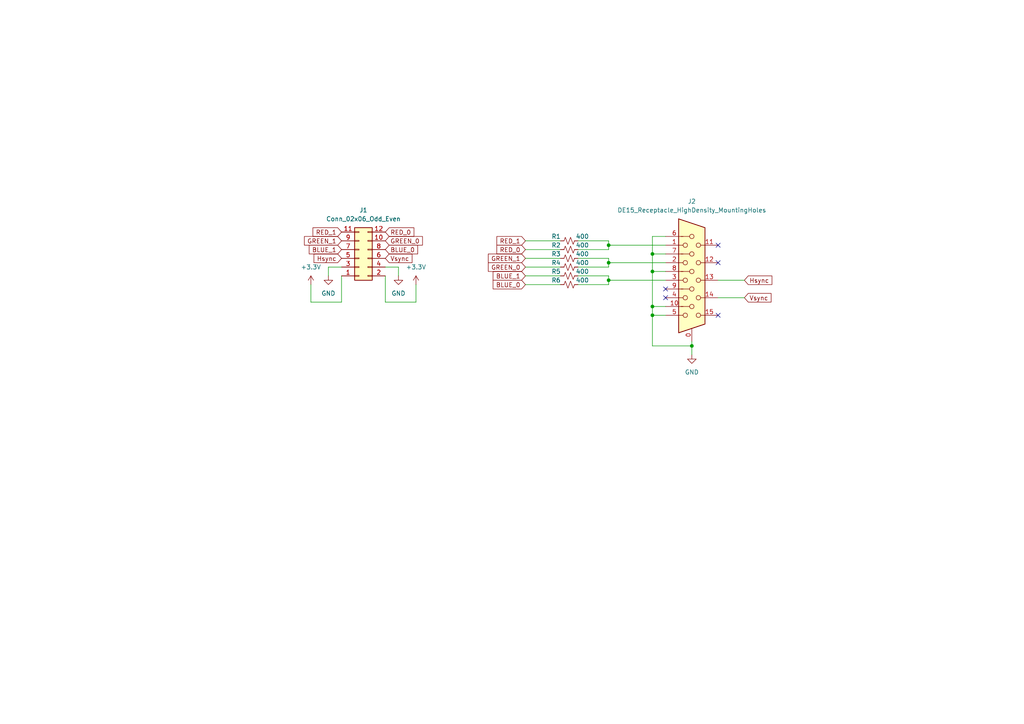
<source format=kicad_sch>
(kicad_sch (version 20230121) (generator eeschema)

  (uuid 2d60aa3a-c870-44ef-b126-bfa780b1af9e)

  (paper "A4")

  (lib_symbols
    (symbol "Connector:DE15_Receptacle_HighDensity_MountingHoles" (pin_names (offset 1.016) hide) (in_bom yes) (on_board yes)
      (property "Reference" "J" (at 0 21.59 0)
        (effects (font (size 1.27 1.27)))
      )
      (property "Value" "DE15_Receptacle_HighDensity_MountingHoles" (at 0 19.05 0)
        (effects (font (size 1.27 1.27)))
      )
      (property "Footprint" "" (at -24.13 10.16 0)
        (effects (font (size 1.27 1.27)) hide)
      )
      (property "Datasheet" " ~" (at -24.13 10.16 0)
        (effects (font (size 1.27 1.27)) hide)
      )
      (property "ki_keywords" "connector receptacle de15 female D-SUB VGA" (at 0 0 0)
        (effects (font (size 1.27 1.27)) hide)
      )
      (property "ki_description" "15-pin female receptacle socket D-SUB connector, High density (3 columns), Triple Row, Generic, VGA-connector, Mounting Hole" (at 0 0 0)
        (effects (font (size 1.27 1.27)) hide)
      )
      (property "ki_fp_filters" "DSUB*Female*" (at 0 0 0)
        (effects (font (size 1.27 1.27)) hide)
      )
      (symbol "DE15_Receptacle_HighDensity_MountingHoles_0_1"
        (circle (center -1.905 -10.16) (radius 0.635)
          (stroke (width 0) (type default))
          (fill (type none))
        )
        (circle (center -1.905 -5.08) (radius 0.635)
          (stroke (width 0) (type default))
          (fill (type none))
        )
        (circle (center -1.905 0) (radius 0.635)
          (stroke (width 0) (type default))
          (fill (type none))
        )
        (circle (center -1.905 5.08) (radius 0.635)
          (stroke (width 0) (type default))
          (fill (type none))
        )
        (circle (center -1.905 10.16) (radius 0.635)
          (stroke (width 0) (type default))
          (fill (type none))
        )
        (circle (center 0 -7.62) (radius 0.635)
          (stroke (width 0) (type default))
          (fill (type none))
        )
        (circle (center 0 -2.54) (radius 0.635)
          (stroke (width 0) (type default))
          (fill (type none))
        )
        (polyline
          (pts
            (xy -3.175 7.62)
            (xy -0.635 7.62)
          )
          (stroke (width 0) (type default))
          (fill (type none))
        )
        (polyline
          (pts
            (xy -0.635 -7.62)
            (xy -3.175 -7.62)
          )
          (stroke (width 0) (type default))
          (fill (type none))
        )
        (polyline
          (pts
            (xy -0.635 -2.54)
            (xy -3.175 -2.54)
          )
          (stroke (width 0) (type default))
          (fill (type none))
        )
        (polyline
          (pts
            (xy -0.635 2.54)
            (xy -3.175 2.54)
          )
          (stroke (width 0) (type default))
          (fill (type none))
        )
        (polyline
          (pts
            (xy -0.635 12.7)
            (xy -3.175 12.7)
          )
          (stroke (width 0) (type default))
          (fill (type none))
        )
        (polyline
          (pts
            (xy -3.81 17.78)
            (xy -3.81 -15.24)
            (xy 3.81 -12.7)
            (xy 3.81 15.24)
            (xy -3.81 17.78)
          )
          (stroke (width 0.254) (type default))
          (fill (type background))
        )
        (circle (center 0 2.54) (radius 0.635)
          (stroke (width 0) (type default))
          (fill (type none))
        )
        (circle (center 0 7.62) (radius 0.635)
          (stroke (width 0) (type default))
          (fill (type none))
        )
        (circle (center 0 12.7) (radius 0.635)
          (stroke (width 0) (type default))
          (fill (type none))
        )
        (circle (center 1.905 -10.16) (radius 0.635)
          (stroke (width 0) (type default))
          (fill (type none))
        )
        (circle (center 1.905 -5.08) (radius 0.635)
          (stroke (width 0) (type default))
          (fill (type none))
        )
        (circle (center 1.905 0) (radius 0.635)
          (stroke (width 0) (type default))
          (fill (type none))
        )
        (circle (center 1.905 5.08) (radius 0.635)
          (stroke (width 0) (type default))
          (fill (type none))
        )
        (circle (center 1.905 10.16) (radius 0.635)
          (stroke (width 0) (type default))
          (fill (type none))
        )
      )
      (symbol "DE15_Receptacle_HighDensity_MountingHoles_1_1"
        (pin passive line (at 0 -17.78 90) (length 3.81)
          (name "~" (effects (font (size 1.27 1.27))))
          (number "0" (effects (font (size 1.27 1.27))))
        )
        (pin passive line (at -7.62 10.16 0) (length 5.08)
          (name "~" (effects (font (size 1.27 1.27))))
          (number "1" (effects (font (size 1.27 1.27))))
        )
        (pin passive line (at -7.62 -7.62 0) (length 5.08)
          (name "~" (effects (font (size 1.27 1.27))))
          (number "10" (effects (font (size 1.27 1.27))))
        )
        (pin passive line (at 7.62 10.16 180) (length 5.08)
          (name "~" (effects (font (size 1.27 1.27))))
          (number "11" (effects (font (size 1.27 1.27))))
        )
        (pin passive line (at 7.62 5.08 180) (length 5.08)
          (name "~" (effects (font (size 1.27 1.27))))
          (number "12" (effects (font (size 1.27 1.27))))
        )
        (pin passive line (at 7.62 0 180) (length 5.08)
          (name "~" (effects (font (size 1.27 1.27))))
          (number "13" (effects (font (size 1.27 1.27))))
        )
        (pin passive line (at 7.62 -5.08 180) (length 5.08)
          (name "~" (effects (font (size 1.27 1.27))))
          (number "14" (effects (font (size 1.27 1.27))))
        )
        (pin passive line (at 7.62 -10.16 180) (length 5.08)
          (name "~" (effects (font (size 1.27 1.27))))
          (number "15" (effects (font (size 1.27 1.27))))
        )
        (pin passive line (at -7.62 5.08 0) (length 5.08)
          (name "~" (effects (font (size 1.27 1.27))))
          (number "2" (effects (font (size 1.27 1.27))))
        )
        (pin passive line (at -7.62 0 0) (length 5.08)
          (name "~" (effects (font (size 1.27 1.27))))
          (number "3" (effects (font (size 1.27 1.27))))
        )
        (pin passive line (at -7.62 -5.08 0) (length 5.08)
          (name "~" (effects (font (size 1.27 1.27))))
          (number "4" (effects (font (size 1.27 1.27))))
        )
        (pin passive line (at -7.62 -10.16 0) (length 5.08)
          (name "~" (effects (font (size 1.27 1.27))))
          (number "5" (effects (font (size 1.27 1.27))))
        )
        (pin passive line (at -7.62 12.7 0) (length 5.08)
          (name "~" (effects (font (size 1.27 1.27))))
          (number "6" (effects (font (size 1.27 1.27))))
        )
        (pin passive line (at -7.62 7.62 0) (length 5.08)
          (name "~" (effects (font (size 1.27 1.27))))
          (number "7" (effects (font (size 1.27 1.27))))
        )
        (pin passive line (at -7.62 2.54 0) (length 5.08)
          (name "~" (effects (font (size 1.27 1.27))))
          (number "8" (effects (font (size 1.27 1.27))))
        )
        (pin passive line (at -7.62 -2.54 0) (length 5.08)
          (name "~" (effects (font (size 1.27 1.27))))
          (number "9" (effects (font (size 1.27 1.27))))
        )
      )
    )
    (symbol "Connector_Generic:Conn_02x06_Odd_Even" (pin_names (offset 1.016) hide) (in_bom yes) (on_board yes)
      (property "Reference" "J" (at 1.27 7.62 0)
        (effects (font (size 1.27 1.27)))
      )
      (property "Value" "Conn_02x06_Odd_Even" (at 1.27 -10.16 0)
        (effects (font (size 1.27 1.27)))
      )
      (property "Footprint" "" (at 0 0 0)
        (effects (font (size 1.27 1.27)) hide)
      )
      (property "Datasheet" "~" (at 0 0 0)
        (effects (font (size 1.27 1.27)) hide)
      )
      (property "ki_keywords" "connector" (at 0 0 0)
        (effects (font (size 1.27 1.27)) hide)
      )
      (property "ki_description" "Generic connector, double row, 02x06, odd/even pin numbering scheme (row 1 odd numbers, row 2 even numbers), script generated (kicad-library-utils/schlib/autogen/connector/)" (at 0 0 0)
        (effects (font (size 1.27 1.27)) hide)
      )
      (property "ki_fp_filters" "Connector*:*_2x??_*" (at 0 0 0)
        (effects (font (size 1.27 1.27)) hide)
      )
      (symbol "Conn_02x06_Odd_Even_1_1"
        (rectangle (start -1.27 -7.493) (end 0 -7.747)
          (stroke (width 0.1524) (type default))
          (fill (type none))
        )
        (rectangle (start -1.27 -4.953) (end 0 -5.207)
          (stroke (width 0.1524) (type default))
          (fill (type none))
        )
        (rectangle (start -1.27 -2.413) (end 0 -2.667)
          (stroke (width 0.1524) (type default))
          (fill (type none))
        )
        (rectangle (start -1.27 0.127) (end 0 -0.127)
          (stroke (width 0.1524) (type default))
          (fill (type none))
        )
        (rectangle (start -1.27 2.667) (end 0 2.413)
          (stroke (width 0.1524) (type default))
          (fill (type none))
        )
        (rectangle (start -1.27 5.207) (end 0 4.953)
          (stroke (width 0.1524) (type default))
          (fill (type none))
        )
        (rectangle (start -1.27 6.35) (end 3.81 -8.89)
          (stroke (width 0.254) (type default))
          (fill (type background))
        )
        (rectangle (start 3.81 -7.493) (end 2.54 -7.747)
          (stroke (width 0.1524) (type default))
          (fill (type none))
        )
        (rectangle (start 3.81 -4.953) (end 2.54 -5.207)
          (stroke (width 0.1524) (type default))
          (fill (type none))
        )
        (rectangle (start 3.81 -2.413) (end 2.54 -2.667)
          (stroke (width 0.1524) (type default))
          (fill (type none))
        )
        (rectangle (start 3.81 0.127) (end 2.54 -0.127)
          (stroke (width 0.1524) (type default))
          (fill (type none))
        )
        (rectangle (start 3.81 2.667) (end 2.54 2.413)
          (stroke (width 0.1524) (type default))
          (fill (type none))
        )
        (rectangle (start 3.81 5.207) (end 2.54 4.953)
          (stroke (width 0.1524) (type default))
          (fill (type none))
        )
        (pin passive line (at -5.08 5.08 0) (length 3.81)
          (name "Pin_1" (effects (font (size 1.27 1.27))))
          (number "1" (effects (font (size 1.27 1.27))))
        )
        (pin passive line (at 7.62 -5.08 180) (length 3.81)
          (name "Pin_10" (effects (font (size 1.27 1.27))))
          (number "10" (effects (font (size 1.27 1.27))))
        )
        (pin passive line (at -5.08 -7.62 0) (length 3.81)
          (name "Pin_11" (effects (font (size 1.27 1.27))))
          (number "11" (effects (font (size 1.27 1.27))))
        )
        (pin passive line (at 7.62 -7.62 180) (length 3.81)
          (name "Pin_12" (effects (font (size 1.27 1.27))))
          (number "12" (effects (font (size 1.27 1.27))))
        )
        (pin passive line (at 7.62 5.08 180) (length 3.81)
          (name "Pin_2" (effects (font (size 1.27 1.27))))
          (number "2" (effects (font (size 1.27 1.27))))
        )
        (pin passive line (at -5.08 2.54 0) (length 3.81)
          (name "Pin_3" (effects (font (size 1.27 1.27))))
          (number "3" (effects (font (size 1.27 1.27))))
        )
        (pin passive line (at 7.62 2.54 180) (length 3.81)
          (name "Pin_4" (effects (font (size 1.27 1.27))))
          (number "4" (effects (font (size 1.27 1.27))))
        )
        (pin passive line (at -5.08 0 0) (length 3.81)
          (name "Pin_5" (effects (font (size 1.27 1.27))))
          (number "5" (effects (font (size 1.27 1.27))))
        )
        (pin passive line (at 7.62 0 180) (length 3.81)
          (name "Pin_6" (effects (font (size 1.27 1.27))))
          (number "6" (effects (font (size 1.27 1.27))))
        )
        (pin passive line (at -5.08 -2.54 0) (length 3.81)
          (name "Pin_7" (effects (font (size 1.27 1.27))))
          (number "7" (effects (font (size 1.27 1.27))))
        )
        (pin passive line (at 7.62 -2.54 180) (length 3.81)
          (name "Pin_8" (effects (font (size 1.27 1.27))))
          (number "8" (effects (font (size 1.27 1.27))))
        )
        (pin passive line (at -5.08 -5.08 0) (length 3.81)
          (name "Pin_9" (effects (font (size 1.27 1.27))))
          (number "9" (effects (font (size 1.27 1.27))))
        )
      )
    )
    (symbol "Device:R_Small_US" (pin_numbers hide) (pin_names (offset 0.254) hide) (in_bom yes) (on_board yes)
      (property "Reference" "R" (at 0.762 0.508 0)
        (effects (font (size 1.27 1.27)) (justify left))
      )
      (property "Value" "R_Small_US" (at 0.762 -1.016 0)
        (effects (font (size 1.27 1.27)) (justify left))
      )
      (property "Footprint" "" (at 0 0 0)
        (effects (font (size 1.27 1.27)) hide)
      )
      (property "Datasheet" "~" (at 0 0 0)
        (effects (font (size 1.27 1.27)) hide)
      )
      (property "ki_keywords" "r resistor" (at 0 0 0)
        (effects (font (size 1.27 1.27)) hide)
      )
      (property "ki_description" "Resistor, small US symbol" (at 0 0 0)
        (effects (font (size 1.27 1.27)) hide)
      )
      (property "ki_fp_filters" "R_*" (at 0 0 0)
        (effects (font (size 1.27 1.27)) hide)
      )
      (symbol "R_Small_US_1_1"
        (polyline
          (pts
            (xy 0 0)
            (xy 1.016 -0.381)
            (xy 0 -0.762)
            (xy -1.016 -1.143)
            (xy 0 -1.524)
          )
          (stroke (width 0) (type default))
          (fill (type none))
        )
        (polyline
          (pts
            (xy 0 1.524)
            (xy 1.016 1.143)
            (xy 0 0.762)
            (xy -1.016 0.381)
            (xy 0 0)
          )
          (stroke (width 0) (type default))
          (fill (type none))
        )
        (pin passive line (at 0 2.54 270) (length 1.016)
          (name "~" (effects (font (size 1.27 1.27))))
          (number "1" (effects (font (size 1.27 1.27))))
        )
        (pin passive line (at 0 -2.54 90) (length 1.016)
          (name "~" (effects (font (size 1.27 1.27))))
          (number "2" (effects (font (size 1.27 1.27))))
        )
      )
    )
    (symbol "power:+3.3V" (power) (pin_names (offset 0)) (in_bom yes) (on_board yes)
      (property "Reference" "#PWR" (at 0 -3.81 0)
        (effects (font (size 1.27 1.27)) hide)
      )
      (property "Value" "+3.3V" (at 0 3.556 0)
        (effects (font (size 1.27 1.27)))
      )
      (property "Footprint" "" (at 0 0 0)
        (effects (font (size 1.27 1.27)) hide)
      )
      (property "Datasheet" "" (at 0 0 0)
        (effects (font (size 1.27 1.27)) hide)
      )
      (property "ki_keywords" "global power" (at 0 0 0)
        (effects (font (size 1.27 1.27)) hide)
      )
      (property "ki_description" "Power symbol creates a global label with name \"+3.3V\"" (at 0 0 0)
        (effects (font (size 1.27 1.27)) hide)
      )
      (symbol "+3.3V_0_1"
        (polyline
          (pts
            (xy -0.762 1.27)
            (xy 0 2.54)
          )
          (stroke (width 0) (type default))
          (fill (type none))
        )
        (polyline
          (pts
            (xy 0 0)
            (xy 0 2.54)
          )
          (stroke (width 0) (type default))
          (fill (type none))
        )
        (polyline
          (pts
            (xy 0 2.54)
            (xy 0.762 1.27)
          )
          (stroke (width 0) (type default))
          (fill (type none))
        )
      )
      (symbol "+3.3V_1_1"
        (pin power_in line (at 0 0 90) (length 0) hide
          (name "+3.3V" (effects (font (size 1.27 1.27))))
          (number "1" (effects (font (size 1.27 1.27))))
        )
      )
    )
    (symbol "power:GND" (power) (pin_names (offset 0)) (in_bom yes) (on_board yes)
      (property "Reference" "#PWR" (at 0 -6.35 0)
        (effects (font (size 1.27 1.27)) hide)
      )
      (property "Value" "GND" (at 0 -3.81 0)
        (effects (font (size 1.27 1.27)))
      )
      (property "Footprint" "" (at 0 0 0)
        (effects (font (size 1.27 1.27)) hide)
      )
      (property "Datasheet" "" (at 0 0 0)
        (effects (font (size 1.27 1.27)) hide)
      )
      (property "ki_keywords" "global power" (at 0 0 0)
        (effects (font (size 1.27 1.27)) hide)
      )
      (property "ki_description" "Power symbol creates a global label with name \"GND\" , ground" (at 0 0 0)
        (effects (font (size 1.27 1.27)) hide)
      )
      (symbol "GND_0_1"
        (polyline
          (pts
            (xy 0 0)
            (xy 0 -1.27)
            (xy 1.27 -1.27)
            (xy 0 -2.54)
            (xy -1.27 -1.27)
            (xy 0 -1.27)
          )
          (stroke (width 0) (type default))
          (fill (type none))
        )
      )
      (symbol "GND_1_1"
        (pin power_in line (at 0 0 270) (length 0) hide
          (name "GND" (effects (font (size 1.27 1.27))))
          (number "1" (effects (font (size 1.27 1.27))))
        )
      )
    )
  )

  (junction (at 189.23 88.9) (diameter 0) (color 0 0 0 0)
    (uuid 0fc705ca-59f6-453a-80a5-39be1aa44d77)
  )
  (junction (at 176.53 76.2) (diameter 0) (color 0 0 0 0)
    (uuid 2ec1d730-cd66-44e7-8ac6-4f0428c162c8)
  )
  (junction (at 189.23 78.74) (diameter 0) (color 0 0 0 0)
    (uuid 4a5ae0ac-383d-4b6e-9178-ac5f7afdf169)
  )
  (junction (at 189.23 73.66) (diameter 0) (color 0 0 0 0)
    (uuid 5ef38cb6-a67b-484c-8069-ea7caa3f07cf)
  )
  (junction (at 189.23 91.44) (diameter 0) (color 0 0 0 0)
    (uuid 963046dd-3e40-4d12-a478-9182baefbb84)
  )
  (junction (at 200.66 100.33) (diameter 0) (color 0 0 0 0)
    (uuid a503042e-c430-446e-a5f7-af6895dc0d88)
  )
  (junction (at 176.53 71.12) (diameter 0) (color 0 0 0 0)
    (uuid c80686df-7a41-4956-94d0-2c988e71ecd9)
  )
  (junction (at 176.53 81.28) (diameter 0) (color 0 0 0 0)
    (uuid ffd5d7c4-2e54-426f-8f94-f26c6cd46194)
  )

  (no_connect (at 208.28 76.2) (uuid 17ea26d6-44ab-4b04-9ee4-399866ba0b60))
  (no_connect (at 193.04 83.82) (uuid 5257a484-ef3a-4b51-b031-8c8c89560f3f))
  (no_connect (at 208.28 91.44) (uuid 5baaed0d-c955-46dd-8b7c-3a169f785659))
  (no_connect (at 193.04 86.36) (uuid 662bd08e-f16d-4703-8818-726ab2f87f48))
  (no_connect (at 208.28 71.12) (uuid be7c45e7-a5b3-4d10-8194-13b1c7aa79cc))

  (wire (pts (xy 176.53 76.2) (xy 176.53 74.93))
    (stroke (width 0) (type default))
    (uuid 08299af0-1232-4047-8dcf-558dffd8cc7c)
  )
  (wire (pts (xy 120.65 82.55) (xy 120.65 87.63))
    (stroke (width 0) (type default))
    (uuid 0a031b27-3216-4b4d-b971-cd23837a2c52)
  )
  (wire (pts (xy 176.53 80.01) (xy 167.64 80.01))
    (stroke (width 0) (type default))
    (uuid 10fc92b8-089a-4dee-ba99-fae1424518ec)
  )
  (wire (pts (xy 176.53 77.47) (xy 176.53 76.2))
    (stroke (width 0) (type default))
    (uuid 13924641-96c6-4cfb-b010-0ae00d651eb5)
  )
  (wire (pts (xy 208.28 86.36) (xy 215.9 86.36))
    (stroke (width 0) (type default))
    (uuid 1d9ae2d2-dca3-4003-85ac-76dbe3968c33)
  )
  (wire (pts (xy 115.57 77.47) (xy 111.76 77.47))
    (stroke (width 0) (type default))
    (uuid 23033ffb-8c13-4490-ba0b-35b5911198f4)
  )
  (wire (pts (xy 167.64 82.55) (xy 176.53 82.55))
    (stroke (width 0) (type default))
    (uuid 2617934f-6912-480f-a6fe-1dc995b72ba1)
  )
  (wire (pts (xy 189.23 68.58) (xy 189.23 73.66))
    (stroke (width 0) (type default))
    (uuid 2766f4f8-0f58-4eea-b3d1-c9642cd25f36)
  )
  (wire (pts (xy 111.76 80.01) (xy 111.76 87.63))
    (stroke (width 0) (type default))
    (uuid 2c2ede46-1e51-4367-ad48-712ffe7a9edd)
  )
  (wire (pts (xy 99.06 87.63) (xy 90.17 87.63))
    (stroke (width 0) (type default))
    (uuid 2c7e2e03-4f13-4771-989c-760d9bee9769)
  )
  (wire (pts (xy 193.04 76.2) (xy 176.53 76.2))
    (stroke (width 0) (type default))
    (uuid 37af72de-88a1-4891-8b4c-35ad202ee562)
  )
  (wire (pts (xy 176.53 69.85) (xy 167.64 69.85))
    (stroke (width 0) (type default))
    (uuid 52dbad5a-85ab-47e6-acb8-bbc3f6c50964)
  )
  (wire (pts (xy 189.23 73.66) (xy 193.04 73.66))
    (stroke (width 0) (type default))
    (uuid 56fa1c3e-29e9-45d1-af55-ad75828726c3)
  )
  (wire (pts (xy 95.25 80.01) (xy 95.25 77.47))
    (stroke (width 0) (type default))
    (uuid 68834019-3f8a-4a54-816a-2ee2c6f67ba4)
  )
  (wire (pts (xy 189.23 91.44) (xy 189.23 100.33))
    (stroke (width 0) (type default))
    (uuid 6d1ea494-6f0e-49ef-bd45-54e294647f9f)
  )
  (wire (pts (xy 176.53 72.39) (xy 176.53 71.12))
    (stroke (width 0) (type default))
    (uuid 6dfdd629-1580-4a20-b5c9-953075257306)
  )
  (wire (pts (xy 193.04 78.74) (xy 189.23 78.74))
    (stroke (width 0) (type default))
    (uuid 74ac8336-d30b-426d-9b70-35926a7e2ad7)
  )
  (wire (pts (xy 111.76 87.63) (xy 120.65 87.63))
    (stroke (width 0) (type default))
    (uuid 7836930c-f100-4880-92d6-be539e1608f9)
  )
  (wire (pts (xy 152.4 69.85) (xy 162.56 69.85))
    (stroke (width 0) (type default))
    (uuid 79dcccc4-8902-4004-afcc-2a96765a3e89)
  )
  (wire (pts (xy 189.23 88.9) (xy 189.23 78.74))
    (stroke (width 0) (type default))
    (uuid 807bbc82-3145-4174-9ecd-9db24a8c7e47)
  )
  (wire (pts (xy 200.66 99.06) (xy 200.66 100.33))
    (stroke (width 0) (type default))
    (uuid 810fab24-cb95-4441-8113-33c7cde7c65c)
  )
  (wire (pts (xy 193.04 68.58) (xy 189.23 68.58))
    (stroke (width 0) (type default))
    (uuid 8533a5c5-288c-41c1-849d-81d7317318b0)
  )
  (wire (pts (xy 152.4 82.55) (xy 162.56 82.55))
    (stroke (width 0) (type default))
    (uuid 86cd6265-9086-462e-bd67-02440de30f60)
  )
  (wire (pts (xy 99.06 80.01) (xy 99.06 87.63))
    (stroke (width 0) (type default))
    (uuid 91a0f6cb-b970-40bf-9d88-7173520feddb)
  )
  (wire (pts (xy 189.23 78.74) (xy 189.23 73.66))
    (stroke (width 0) (type default))
    (uuid 91cc712e-11cc-4455-9e79-c48f559abff8)
  )
  (wire (pts (xy 152.4 74.93) (xy 162.56 74.93))
    (stroke (width 0) (type default))
    (uuid 99f0e6e0-d595-465a-b1c1-759aff531d4f)
  )
  (wire (pts (xy 176.53 71.12) (xy 176.53 69.85))
    (stroke (width 0) (type default))
    (uuid 9c0f5de5-cf9f-452b-a42e-dbebccf8b070)
  )
  (wire (pts (xy 193.04 71.12) (xy 176.53 71.12))
    (stroke (width 0) (type default))
    (uuid a25d2b91-daaa-457b-abc7-b5eb16823a1a)
  )
  (wire (pts (xy 152.4 77.47) (xy 162.56 77.47))
    (stroke (width 0) (type default))
    (uuid aaf9bed6-06bb-4882-8553-fb2419895f37)
  )
  (wire (pts (xy 193.04 81.28) (xy 176.53 81.28))
    (stroke (width 0) (type default))
    (uuid ae36fe02-81d1-4844-86c8-e090173fca12)
  )
  (wire (pts (xy 189.23 91.44) (xy 189.23 88.9))
    (stroke (width 0) (type default))
    (uuid b7e6fec2-b9fe-411d-99d3-c6a8c9a7de61)
  )
  (wire (pts (xy 176.53 74.93) (xy 167.64 74.93))
    (stroke (width 0) (type default))
    (uuid bbb94180-5926-43e1-bc5d-8562b9882e6d)
  )
  (wire (pts (xy 152.4 80.01) (xy 162.56 80.01))
    (stroke (width 0) (type default))
    (uuid bc0e59d2-d3b7-43c6-8866-1ab5eea3ca0e)
  )
  (wire (pts (xy 176.53 82.55) (xy 176.53 81.28))
    (stroke (width 0) (type default))
    (uuid c740e44c-a816-430c-bc23-249344722609)
  )
  (wire (pts (xy 95.25 77.47) (xy 99.06 77.47))
    (stroke (width 0) (type default))
    (uuid cd04b79b-9c8b-458a-aaf9-09480da5e39a)
  )
  (wire (pts (xy 167.64 77.47) (xy 176.53 77.47))
    (stroke (width 0) (type default))
    (uuid cd38e7c3-588a-49cf-a814-83d4a68bf7df)
  )
  (wire (pts (xy 193.04 91.44) (xy 189.23 91.44))
    (stroke (width 0) (type default))
    (uuid d00fec76-2db0-4581-b3f5-673a61d6ec10)
  )
  (wire (pts (xy 208.28 81.28) (xy 215.9 81.28))
    (stroke (width 0) (type default))
    (uuid d5191530-00b7-40bb-9949-cb0f44e00a58)
  )
  (wire (pts (xy 167.64 72.39) (xy 176.53 72.39))
    (stroke (width 0) (type default))
    (uuid d730aeeb-5bd9-4839-923d-ee1434f9ecac)
  )
  (wire (pts (xy 176.53 81.28) (xy 176.53 80.01))
    (stroke (width 0) (type default))
    (uuid d7a6d7ae-ad3e-4d41-9208-f50778f26517)
  )
  (wire (pts (xy 193.04 88.9) (xy 189.23 88.9))
    (stroke (width 0) (type default))
    (uuid d98970f0-813a-47e8-b3a8-81c5e192f810)
  )
  (wire (pts (xy 189.23 100.33) (xy 200.66 100.33))
    (stroke (width 0) (type default))
    (uuid ebfb9625-fd26-4a9d-ae89-9fd12f91a6ba)
  )
  (wire (pts (xy 115.57 80.01) (xy 115.57 77.47))
    (stroke (width 0) (type default))
    (uuid f2087f29-ca13-46f3-9944-6a8fb7e7be2e)
  )
  (wire (pts (xy 200.66 100.33) (xy 200.66 102.87))
    (stroke (width 0) (type default))
    (uuid f2acea61-5296-4be6-beec-8f03de034286)
  )
  (wire (pts (xy 152.4 72.39) (xy 162.56 72.39))
    (stroke (width 0) (type default))
    (uuid fbdfe6c6-482d-4c7b-987f-ec2c901ea15f)
  )
  (wire (pts (xy 90.17 82.55) (xy 90.17 87.63))
    (stroke (width 0) (type default))
    (uuid ff46bfc4-5d87-4734-aeb7-220b2ea770c2)
  )

  (global_label "GREEN_1" (shape input) (at 99.06 69.85 180) (fields_autoplaced)
    (effects (font (size 1.27 1.27)) (justify right))
    (uuid 00ef956d-f1af-44ff-8a74-f0ee5a91d2df)
    (property "Intersheetrefs" "${INTERSHEET_REFS}" (at 87.7292 69.85 0)
      (effects (font (size 1.27 1.27)) (justify right) hide)
    )
  )
  (global_label "BLUE_0" (shape input) (at 152.4 82.55 180) (fields_autoplaced)
    (effects (font (size 1.27 1.27)) (justify right))
    (uuid 0da37276-17fb-40b9-9383-0a3b966eb59c)
    (property "Intersheetrefs" "${INTERSHEET_REFS}" (at 142.4601 82.55 0)
      (effects (font (size 1.27 1.27)) (justify right) hide)
    )
  )
  (global_label "BLUE_1" (shape input) (at 99.06 72.39 180) (fields_autoplaced)
    (effects (font (size 1.27 1.27)) (justify right))
    (uuid 182701bd-59ba-4fab-b1c5-42990da574bd)
    (property "Intersheetrefs" "${INTERSHEET_REFS}" (at 89.1201 72.39 0)
      (effects (font (size 1.27 1.27)) (justify right) hide)
    )
  )
  (global_label "BLUE_1" (shape input) (at 152.4 80.01 180) (fields_autoplaced)
    (effects (font (size 1.27 1.27)) (justify right))
    (uuid 1cbf7b06-8e19-46ac-8005-73069bd760d5)
    (property "Intersheetrefs" "${INTERSHEET_REFS}" (at 142.4601 80.01 0)
      (effects (font (size 1.27 1.27)) (justify right) hide)
    )
  )
  (global_label "Hsync" (shape input) (at 99.06 74.93 180) (fields_autoplaced)
    (effects (font (size 1.27 1.27)) (justify right))
    (uuid 2dec108e-1fc3-4329-a4d9-3d3ae96c9daa)
    (property "Intersheetrefs" "${INTERSHEET_REFS}" (at 90.511 74.93 0)
      (effects (font (size 1.27 1.27)) (justify right) hide)
    )
  )
  (global_label "RED_0" (shape input) (at 111.76 67.31 0) (fields_autoplaced)
    (effects (font (size 1.27 1.27)) (justify left))
    (uuid 371896b0-976b-46ae-b89c-3465bd522794)
    (property "Intersheetrefs" "${INTERSHEET_REFS}" (at 120.6113 67.31 0)
      (effects (font (size 1.27 1.27)) (justify left) hide)
    )
  )
  (global_label "GREEN_1" (shape input) (at 152.4 74.93 180) (fields_autoplaced)
    (effects (font (size 1.27 1.27)) (justify right))
    (uuid 3a67ffbc-d9d9-4d18-9c84-c419ba11e32e)
    (property "Intersheetrefs" "${INTERSHEET_REFS}" (at 141.0692 74.93 0)
      (effects (font (size 1.27 1.27)) (justify right) hide)
    )
  )
  (global_label "RED_1" (shape input) (at 99.06 67.31 180) (fields_autoplaced)
    (effects (font (size 1.27 1.27)) (justify right))
    (uuid 428eec73-81c8-45aa-90c5-f886c59663b1)
    (property "Intersheetrefs" "${INTERSHEET_REFS}" (at 90.2087 67.31 0)
      (effects (font (size 1.27 1.27)) (justify right) hide)
    )
  )
  (global_label "Hsync" (shape input) (at 215.9 81.28 0) (fields_autoplaced)
    (effects (font (size 1.27 1.27)) (justify left))
    (uuid 5735d2ff-1c30-4209-81ab-e0de19a2a48d)
    (property "Intersheetrefs" "${INTERSHEET_REFS}" (at 224.449 81.28 0)
      (effects (font (size 1.27 1.27)) (justify left) hide)
    )
  )
  (global_label "RED_1" (shape input) (at 152.4 69.85 180) (fields_autoplaced)
    (effects (font (size 1.27 1.27)) (justify right))
    (uuid 73296954-20b2-4763-834e-4c4dde58e077)
    (property "Intersheetrefs" "${INTERSHEET_REFS}" (at 143.5487 69.85 0)
      (effects (font (size 1.27 1.27)) (justify right) hide)
    )
  )
  (global_label "GREEN_0" (shape input) (at 111.76 69.85 0) (fields_autoplaced)
    (effects (font (size 1.27 1.27)) (justify left))
    (uuid 889b1552-aaca-4cd3-8e35-d58e77397e0f)
    (property "Intersheetrefs" "${INTERSHEET_REFS}" (at 123.0908 69.85 0)
      (effects (font (size 1.27 1.27)) (justify left) hide)
    )
  )
  (global_label "Vsync" (shape input) (at 111.76 74.93 0) (fields_autoplaced)
    (effects (font (size 1.27 1.27)) (justify left))
    (uuid 95fa8516-2239-4569-99ab-a2152c13e7fd)
    (property "Intersheetrefs" "${INTERSHEET_REFS}" (at 120.0671 74.93 0)
      (effects (font (size 1.27 1.27)) (justify left) hide)
    )
  )
  (global_label "GREEN_0" (shape input) (at 152.4 77.47 180) (fields_autoplaced)
    (effects (font (size 1.27 1.27)) (justify right))
    (uuid 9bf55165-b04b-4e84-bc86-141cbc585ab3)
    (property "Intersheetrefs" "${INTERSHEET_REFS}" (at 141.0692 77.47 0)
      (effects (font (size 1.27 1.27)) (justify right) hide)
    )
  )
  (global_label "RED_0" (shape input) (at 152.4 72.39 180) (fields_autoplaced)
    (effects (font (size 1.27 1.27)) (justify right))
    (uuid b7135b6f-0b96-4a94-a641-884b0e8c1f98)
    (property "Intersheetrefs" "${INTERSHEET_REFS}" (at 143.5487 72.39 0)
      (effects (font (size 1.27 1.27)) (justify right) hide)
    )
  )
  (global_label "BLUE_0" (shape input) (at 111.76 72.39 0) (fields_autoplaced)
    (effects (font (size 1.27 1.27)) (justify left))
    (uuid d204442f-82a0-4e7c-b888-c531b183a651)
    (property "Intersheetrefs" "${INTERSHEET_REFS}" (at 121.6999 72.39 0)
      (effects (font (size 1.27 1.27)) (justify left) hide)
    )
  )
  (global_label "Vsync" (shape input) (at 215.9 86.36 0) (fields_autoplaced)
    (effects (font (size 1.27 1.27)) (justify left))
    (uuid f9478bea-6f8c-4deb-bc63-e98e8f830fcb)
    (property "Intersheetrefs" "${INTERSHEET_REFS}" (at 224.2071 86.36 0)
      (effects (font (size 1.27 1.27)) (justify left) hide)
    )
  )

  (symbol (lib_id "power:+3.3V") (at 90.17 82.55 0) (unit 1)
    (in_bom yes) (on_board yes) (dnp no) (fields_autoplaced)
    (uuid 109dcffd-fa4a-4d98-b8f6-35dd6a68fcd5)
    (property "Reference" "#PWR01" (at 90.17 86.36 0)
      (effects (font (size 1.27 1.27)) hide)
    )
    (property "Value" "+3.3V" (at 90.17 77.47 0)
      (effects (font (size 1.27 1.27)))
    )
    (property "Footprint" "" (at 90.17 82.55 0)
      (effects (font (size 1.27 1.27)) hide)
    )
    (property "Datasheet" "" (at 90.17 82.55 0)
      (effects (font (size 1.27 1.27)) hide)
    )
    (pin "1" (uuid abf25ff6-b110-450f-9f6a-3f04e6fcfd69))
    (instances
      (project "PMOD2VGA"
        (path "/2d60aa3a-c870-44ef-b126-bfa780b1af9e"
          (reference "#PWR01") (unit 1)
        )
      )
    )
  )

  (symbol (lib_id "Connector:DE15_Receptacle_HighDensity_MountingHoles") (at 200.66 81.28 0) (unit 1)
    (in_bom yes) (on_board yes) (dnp no) (fields_autoplaced)
    (uuid 1b484975-993d-4aac-a691-a778970b8fae)
    (property "Reference" "J2" (at 200.66 58.42 0)
      (effects (font (size 1.27 1.27)))
    )
    (property "Value" "DE15_Receptacle_HighDensity_MountingHoles" (at 200.66 60.96 0)
      (effects (font (size 1.27 1.27)))
    )
    (property "Footprint" "Connector_Dsub:DSUB-15-HD_Female_Horizontal_P2.29x1.98mm_EdgePinOffset3.03mm_Housed_MountingHolesOffset4.94mm" (at 176.53 71.12 0)
      (effects (font (size 1.27 1.27)) hide)
    )
    (property "Datasheet" " ~" (at 176.53 71.12 0)
      (effects (font (size 1.27 1.27)) hide)
    )
    (pin "6" (uuid d78a9add-076d-4c76-8b08-0b3bd5c75292))
    (pin "1" (uuid 08fef3c3-4e65-4301-9986-1c4fa766c76e))
    (pin "9" (uuid 72ba6569-0882-4241-aefb-50afcad737e6))
    (pin "4" (uuid 00b7440a-e630-4a8a-bcb5-6e7aa5fad38f))
    (pin "0" (uuid 4046cddd-989c-4dd5-8212-f219d791af7f))
    (pin "12" (uuid c4768a41-481f-4329-b90c-2a244051501c))
    (pin "10" (uuid 94a093ef-d779-493e-92ed-c2b6a26c4ede))
    (pin "7" (uuid c5a3102b-bc89-43ca-a10f-d226b0136692))
    (pin "14" (uuid 9518bc3b-98d4-4f72-bd5b-8651ada85869))
    (pin "15" (uuid 9087f811-3804-4b20-b2bd-d1cc7070fc94))
    (pin "3" (uuid 6df5b401-65eb-407a-918b-9025676822ee))
    (pin "5" (uuid 6c6dd42f-8718-466e-907b-147d710ffd19))
    (pin "8" (uuid 313f7ba9-d232-412d-bc0b-abd920ce7ea5))
    (pin "11" (uuid 211147cf-fecf-4817-902b-875e76d8ca34))
    (pin "13" (uuid 6c6b6d1c-9bfb-460d-aaec-6277053762dd))
    (pin "2" (uuid a6a02301-1141-475f-84ca-890f93075c4a))
    (instances
      (project "PMOD2VGA"
        (path "/2d60aa3a-c870-44ef-b126-bfa780b1af9e"
          (reference "J2") (unit 1)
        )
      )
    )
  )

  (symbol (lib_id "power:+3.3V") (at 120.65 82.55 0) (mirror y) (unit 1)
    (in_bom yes) (on_board yes) (dnp no) (fields_autoplaced)
    (uuid 2e381fb3-5ef1-4482-83a2-4e320f5ea09c)
    (property "Reference" "#PWR04" (at 120.65 86.36 0)
      (effects (font (size 1.27 1.27)) hide)
    )
    (property "Value" "+3.3V" (at 120.65 77.47 0)
      (effects (font (size 1.27 1.27)))
    )
    (property "Footprint" "" (at 120.65 82.55 0)
      (effects (font (size 1.27 1.27)) hide)
    )
    (property "Datasheet" "" (at 120.65 82.55 0)
      (effects (font (size 1.27 1.27)) hide)
    )
    (pin "1" (uuid b65ecb47-d737-48e5-8290-b1c9df9f3d0d))
    (instances
      (project "PMOD2VGA"
        (path "/2d60aa3a-c870-44ef-b126-bfa780b1af9e"
          (reference "#PWR04") (unit 1)
        )
      )
    )
  )

  (symbol (lib_id "power:GND") (at 95.25 80.01 0) (unit 1)
    (in_bom yes) (on_board yes) (dnp no) (fields_autoplaced)
    (uuid 3b26297d-2255-4d0c-a51c-82273a6d8024)
    (property "Reference" "#PWR03" (at 95.25 86.36 0)
      (effects (font (size 1.27 1.27)) hide)
    )
    (property "Value" "GND" (at 95.25 85.09 0)
      (effects (font (size 1.27 1.27)))
    )
    (property "Footprint" "" (at 95.25 80.01 0)
      (effects (font (size 1.27 1.27)) hide)
    )
    (property "Datasheet" "" (at 95.25 80.01 0)
      (effects (font (size 1.27 1.27)) hide)
    )
    (pin "1" (uuid ed4a2470-989d-4d6e-ad5c-dd07affd46c4))
    (instances
      (project "PMOD2VGA"
        (path "/2d60aa3a-c870-44ef-b126-bfa780b1af9e"
          (reference "#PWR03") (unit 1)
        )
      )
    )
  )

  (symbol (lib_id "power:GND") (at 115.57 80.01 0) (mirror y) (unit 1)
    (in_bom yes) (on_board yes) (dnp no) (fields_autoplaced)
    (uuid 583e4b7d-ca4b-4c62-b32f-e32c2a8a94d2)
    (property "Reference" "#PWR02" (at 115.57 86.36 0)
      (effects (font (size 1.27 1.27)) hide)
    )
    (property "Value" "GND" (at 115.57 85.09 0)
      (effects (font (size 1.27 1.27)))
    )
    (property "Footprint" "" (at 115.57 80.01 0)
      (effects (font (size 1.27 1.27)) hide)
    )
    (property "Datasheet" "" (at 115.57 80.01 0)
      (effects (font (size 1.27 1.27)) hide)
    )
    (pin "1" (uuid 8dfba387-0e71-462b-ad85-35b8c09ccd1c))
    (instances
      (project "PMOD2VGA"
        (path "/2d60aa3a-c870-44ef-b126-bfa780b1af9e"
          (reference "#PWR02") (unit 1)
        )
      )
    )
  )

  (symbol (lib_id "Device:R_Small_US") (at 165.1 77.47 90) (unit 1)
    (in_bom yes) (on_board yes) (dnp no)
    (uuid 649631cb-408e-4a11-86ec-4bc83b747371)
    (property "Reference" "R4" (at 161.29 76.2 90)
      (effects (font (size 1.27 1.27)))
    )
    (property "Value" "400" (at 168.91 76.2 90)
      (effects (font (size 1.27 1.27)))
    )
    (property "Footprint" "Resistor_SMD:R_1206_3216Metric" (at 165.1 77.47 0)
      (effects (font (size 1.27 1.27)) hide)
    )
    (property "Datasheet" "~" (at 165.1 77.47 0)
      (effects (font (size 1.27 1.27)) hide)
    )
    (pin "1" (uuid 45dae5bd-5fe8-4669-b6f6-b241d0ddfa57))
    (pin "2" (uuid e49ae9ad-6f56-43c2-8289-de6b4a218b8f))
    (instances
      (project "PMOD2VGA"
        (path "/2d60aa3a-c870-44ef-b126-bfa780b1af9e"
          (reference "R4") (unit 1)
        )
      )
    )
  )

  (symbol (lib_id "power:GND") (at 200.66 102.87 0) (mirror y) (unit 1)
    (in_bom yes) (on_board yes) (dnp no) (fields_autoplaced)
    (uuid 7b67fae9-e656-4687-be9d-c7497c52a585)
    (property "Reference" "#PWR05" (at 200.66 109.22 0)
      (effects (font (size 1.27 1.27)) hide)
    )
    (property "Value" "GND" (at 200.66 107.95 0)
      (effects (font (size 1.27 1.27)))
    )
    (property "Footprint" "" (at 200.66 102.87 0)
      (effects (font (size 1.27 1.27)) hide)
    )
    (property "Datasheet" "" (at 200.66 102.87 0)
      (effects (font (size 1.27 1.27)) hide)
    )
    (pin "1" (uuid 3fd9aee6-ae94-4718-b318-f6304e949997))
    (instances
      (project "PMOD2VGA"
        (path "/2d60aa3a-c870-44ef-b126-bfa780b1af9e"
          (reference "#PWR05") (unit 1)
        )
      )
    )
  )

  (symbol (lib_id "Device:R_Small_US") (at 165.1 80.01 90) (unit 1)
    (in_bom yes) (on_board yes) (dnp no)
    (uuid 7f0a0c39-0893-4bbb-920b-4cd1377bb3b8)
    (property "Reference" "R5" (at 161.29 78.74 90)
      (effects (font (size 1.27 1.27)))
    )
    (property "Value" "400" (at 168.91 78.74 90)
      (effects (font (size 1.27 1.27)))
    )
    (property "Footprint" "Resistor_SMD:R_1206_3216Metric" (at 165.1 80.01 0)
      (effects (font (size 1.27 1.27)) hide)
    )
    (property "Datasheet" "~" (at 165.1 80.01 0)
      (effects (font (size 1.27 1.27)) hide)
    )
    (pin "1" (uuid 803d85d0-dbea-4032-be67-f52372880652))
    (pin "2" (uuid f31fdfb1-9109-4329-b07f-f4401f5e4c29))
    (instances
      (project "PMOD2VGA"
        (path "/2d60aa3a-c870-44ef-b126-bfa780b1af9e"
          (reference "R5") (unit 1)
        )
      )
    )
  )

  (symbol (lib_id "Device:R_Small_US") (at 165.1 69.85 90) (unit 1)
    (in_bom yes) (on_board yes) (dnp no)
    (uuid 9b4ce2ba-485b-4755-b63f-76aa045a6012)
    (property "Reference" "R1" (at 161.29 68.58 90)
      (effects (font (size 1.27 1.27)))
    )
    (property "Value" "400" (at 168.91 68.58 90)
      (effects (font (size 1.27 1.27)))
    )
    (property "Footprint" "Resistor_SMD:R_1206_3216Metric" (at 165.1 69.85 0)
      (effects (font (size 1.27 1.27)) hide)
    )
    (property "Datasheet" "~" (at 165.1 69.85 0)
      (effects (font (size 1.27 1.27)) hide)
    )
    (pin "1" (uuid f70ddc52-92a8-40a3-b07a-5df1ce800abf))
    (pin "2" (uuid d27cf708-db2d-4c95-b944-7e5008c39c2d))
    (instances
      (project "PMOD2VGA"
        (path "/2d60aa3a-c870-44ef-b126-bfa780b1af9e"
          (reference "R1") (unit 1)
        )
      )
    )
  )

  (symbol (lib_id "Device:R_Small_US") (at 165.1 74.93 90) (unit 1)
    (in_bom yes) (on_board yes) (dnp no)
    (uuid a3ddbe87-1b21-4689-acf7-727eb6b502d1)
    (property "Reference" "R3" (at 161.29 73.66 90)
      (effects (font (size 1.27 1.27)))
    )
    (property "Value" "400" (at 168.91 73.66 90)
      (effects (font (size 1.27 1.27)))
    )
    (property "Footprint" "Resistor_SMD:R_1206_3216Metric" (at 165.1 74.93 0)
      (effects (font (size 1.27 1.27)) hide)
    )
    (property "Datasheet" "~" (at 165.1 74.93 0)
      (effects (font (size 1.27 1.27)) hide)
    )
    (pin "1" (uuid 0d306014-007e-4404-b9e4-6169e6b779a4))
    (pin "2" (uuid 55c8a355-acef-497a-8370-adaf30905cf4))
    (instances
      (project "PMOD2VGA"
        (path "/2d60aa3a-c870-44ef-b126-bfa780b1af9e"
          (reference "R3") (unit 1)
        )
      )
    )
  )

  (symbol (lib_id "Device:R_Small_US") (at 165.1 82.55 90) (unit 1)
    (in_bom yes) (on_board yes) (dnp no)
    (uuid a4be8289-30af-49bd-88c9-fee103d69f5d)
    (property "Reference" "R6" (at 161.29 81.28 90)
      (effects (font (size 1.27 1.27)))
    )
    (property "Value" "400" (at 168.91 81.28 90)
      (effects (font (size 1.27 1.27)))
    )
    (property "Footprint" "Resistor_SMD:R_1206_3216Metric" (at 165.1 82.55 0)
      (effects (font (size 1.27 1.27)) hide)
    )
    (property "Datasheet" "~" (at 165.1 82.55 0)
      (effects (font (size 1.27 1.27)) hide)
    )
    (pin "1" (uuid d23ca022-47a3-465d-81b0-1bac1a9fdcfa))
    (pin "2" (uuid 6310b67f-94b2-4182-b8f5-9d980eb8f48e))
    (instances
      (project "PMOD2VGA"
        (path "/2d60aa3a-c870-44ef-b126-bfa780b1af9e"
          (reference "R6") (unit 1)
        )
      )
    )
  )

  (symbol (lib_id "Connector_Generic:Conn_02x06_Odd_Even") (at 104.14 74.93 0) (mirror x) (unit 1)
    (in_bom yes) (on_board yes) (dnp no)
    (uuid d7c515c8-0c0c-4500-b221-35ebdd5d3e87)
    (property "Reference" "J1" (at 105.41 60.96 0)
      (effects (font (size 1.27 1.27)))
    )
    (property "Value" "Conn_02x06_Odd_Even" (at 105.41 63.5 0)
      (effects (font (size 1.27 1.27)))
    )
    (property "Footprint" "Connector_PinHeader_2.54mm:PinHeader_2x06_P2.54mm_Horizontal" (at 104.14 74.93 0)
      (effects (font (size 1.27 1.27)) hide)
    )
    (property "Datasheet" "~" (at 104.14 74.93 0)
      (effects (font (size 1.27 1.27)) hide)
    )
    (pin "10" (uuid f7697a45-2b0f-47de-b2be-cb16898a6942))
    (pin "4" (uuid b8021039-9657-43f6-9b1c-1e02f9699bb3))
    (pin "5" (uuid 42492652-dbff-4e37-ad9d-7ec03403d538))
    (pin "3" (uuid 8ba401a4-0864-42df-82c0-7c7cc0ce7a8d))
    (pin "6" (uuid 086d0e13-1578-4575-b313-08bdd16d27fe))
    (pin "8" (uuid f2427fe7-9456-4789-9700-c3947a22a4ba))
    (pin "1" (uuid ba8ca4a6-18cd-4691-a23b-c2c67c245fc4))
    (pin "7" (uuid 00e73188-5f47-4090-bb71-6620df4ae315))
    (pin "12" (uuid 440594a9-048f-4ce2-9781-f9039d35cbf4))
    (pin "9" (uuid 8136e43f-bc20-44d8-99b2-3b72703a0113))
    (pin "2" (uuid a32fc0e7-8815-4a06-a6c3-981f9902d647))
    (pin "11" (uuid 1a5b5f3b-e081-42c3-b4ea-9d8b0daba70c))
    (instances
      (project "PMOD2VGA"
        (path "/2d60aa3a-c870-44ef-b126-bfa780b1af9e"
          (reference "J1") (unit 1)
        )
      )
    )
  )

  (symbol (lib_id "Device:R_Small_US") (at 165.1 72.39 90) (unit 1)
    (in_bom yes) (on_board yes) (dnp no)
    (uuid da077418-4831-4723-a87a-a2a5820c370b)
    (property "Reference" "R2" (at 161.29 71.12 90)
      (effects (font (size 1.27 1.27)))
    )
    (property "Value" "400" (at 168.91 71.12 90)
      (effects (font (size 1.27 1.27)))
    )
    (property "Footprint" "Resistor_SMD:R_1206_3216Metric" (at 165.1 72.39 0)
      (effects (font (size 1.27 1.27)) hide)
    )
    (property "Datasheet" "~" (at 165.1 72.39 0)
      (effects (font (size 1.27 1.27)) hide)
    )
    (pin "1" (uuid c4eb984c-1bd0-488e-b5a2-a10ef66a14e0))
    (pin "2" (uuid 607e90b6-1608-42d3-9fff-6894ba40134a))
    (instances
      (project "PMOD2VGA"
        (path "/2d60aa3a-c870-44ef-b126-bfa780b1af9e"
          (reference "R2") (unit 1)
        )
      )
    )
  )

  (sheet_instances
    (path "/" (page "1"))
  )
)

</source>
